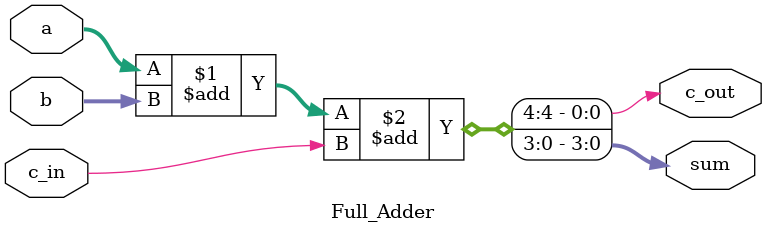
<source format=sv>
module Full_Adder (sum, c_out, a, b, c_in);
parameter 	SIZE = 4;

input		[SIZE -1: 0] a, b;
input 		c_in;
output 		[SIZE -1: 0] sum;
output 		c_out;

 
assign {c_out, sum} = a + b + c_in;

endmodule
</source>
